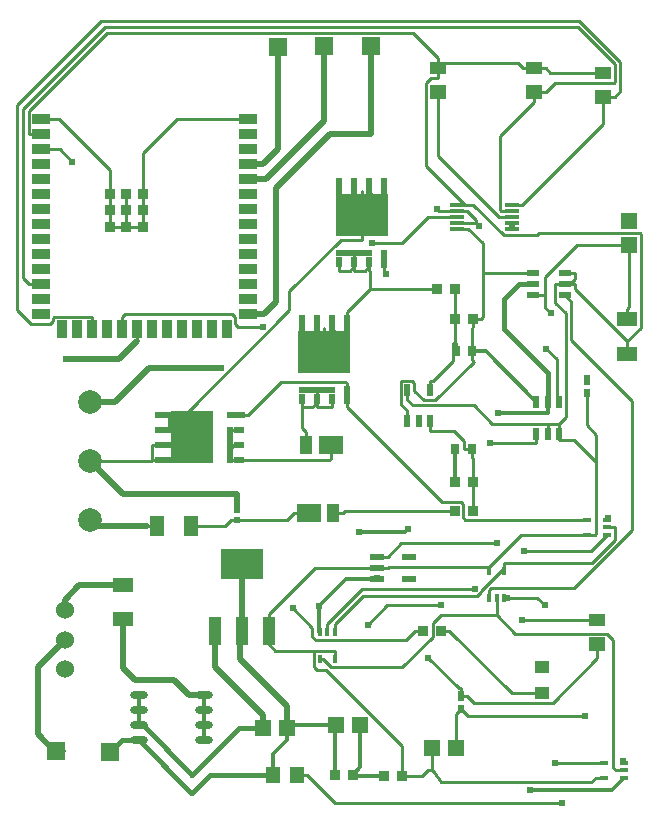
<source format=gtl>
G04 Layer: TopLayer*
G04 EasyEDA v6.5.50, 2025-05-28 03:44:33*
G04 481f8348a4b54ded82698d34e4f8dad8,511818ccc1ea462d976f425f61ebd680,10*
G04 Gerber Generator version 0.2*
G04 Scale: 100 percent, Rotated: No, Reflected: No *
G04 Dimensions in millimeters *
G04 leading zeros omitted , absolute positions ,4 integer and 5 decimal *
%FSLAX45Y45*%
%MOMM*%

%AMMACRO1*21,1,$1,$2,0,0,$3*%
%ADD10C,0.2540*%
%ADD11C,0.5000*%
%ADD12C,0.3000*%
%ADD13C,0.4000*%
%ADD14C,0.5500*%
%ADD15C,0.5080*%
%ADD16R,0.6000X1.1000*%
%ADD17R,0.8000X0.9000*%
%ADD18MACRO1,0.54X0.7901X0.0000*%
%ADD19R,0.5400X0.7901*%
%ADD20MACRO1,1.35X1.41X90.0000*%
%ADD21MACRO1,1.35X1.41X-90.0000*%
%ADD22MACRO1,1.35X1.41X0.0000*%
%ADD23R,1.3500X1.4100*%
%ADD24R,1.1000X0.6000*%
%ADD25R,0.4000X0.6000*%
%ADD26R,1.7280X1.1901*%
%ADD27R,1.1901X1.7280*%
%ADD28MACRO1,1.377X1.1325X-90.0000*%
%ADD29MACRO1,1.377X1.1325X0.0000*%
%ADD30R,1.3770X1.1325*%
%ADD31R,1.3000X0.3000*%
%ADD32R,1.0500X2.4650*%
%ADD33MACRO1,3.54X2.465X0.0000*%
%ADD34R,1.2500X1.0000*%
%ADD35R,0.4000X0.8000*%
%ADD36R,0.9350X0.5999*%
%ADD37R,1.4999X0.5999*%
%ADD38R,1.3500X0.5999*%
%ADD39R,3.5451X4.4099*%
%ADD40R,0.5649X3.1399*%
%ADD41R,0.5999X0.9350*%
%ADD42R,0.5999X1.4999*%
%ADD43R,0.5999X1.3500*%
%ADD44R,4.4099X3.5451*%
%ADD45R,3.1399X0.5649*%
%ADD46O,1.5200122X0.5999988*%
%ADD47R,2.0100X1.6500*%
%ADD48R,1.1400X1.6500*%
%ADD49MACRO1,0.54X0.5656X0.0000*%
%ADD50R,0.5400X0.5657*%
%ADD51MACRO1,0.864X0.8065X90.0000*%
%ADD52MACRO1,0.864X0.8065X-90.0000*%
%ADD53MACRO1,1.701X1.2075X0.0000*%
%ADD54R,1.7010X1.2075*%
%ADD55R,0.7980X0.4000*%
%ADD56R,1.5000X0.9000*%
%ADD57R,0.9000X1.5000*%
%ADD58R,0.9000X0.9000*%
%ADD59R,1.2000X0.5000*%
%ADD60R,1.5748X1.5748*%
%ADD61C,2.0000*%
%ADD62C,1.5240*%
%ADD63C,0.6096*%
%ADD64C,0.6200*%
%ADD65C,0.0187*%

%LPD*%
D10*
X4774336Y3314700D02*
G01*
X4940300Y3314700D01*
X4989575Y3363976D01*
X5030724Y3363976D01*
X5238699Y8101799D02*
G01*
X5080800Y8101799D01*
X5067300Y8115300D01*
X5981700Y4762500D02*
G01*
X5918885Y4825314D01*
X5640298Y4825314D01*
X5270500Y3882491D02*
G01*
X5330291Y3822700D01*
X6324600Y3822700D01*
X5270500Y3882491D02*
G01*
X5230799Y3842791D01*
X5230799Y3556000D01*
X5396738Y8001762D02*
G01*
X5396738Y8027162D01*
X5320538Y8101837D01*
X5238750Y8101837D01*
X5422900Y7975600D02*
G01*
X5396699Y8001800D01*
X5238699Y8001800D01*
X5708700Y8001800D02*
G01*
X5708700Y7951812D01*
X5105400Y4762500D02*
G01*
X4648200Y4762500D01*
X4483100Y4597400D01*
X6102095Y6485001D02*
G01*
X6083300Y6503796D01*
X6083300Y6845300D01*
X5994400Y6934200D01*
X6337300Y6562089D02*
G01*
X6337300Y6286500D01*
X6416802Y6206997D01*
X6416802Y5979413D01*
D11*
X3237484Y6768084D02*
G01*
X2628900Y6769100D01*
X2342388Y6482587D01*
X2130297Y6482587D01*
D10*
X4522952Y7828914D02*
G01*
X4774691Y7828914D01*
X4997602Y8051825D01*
X5238699Y8051825D01*
D12*
X6650812Y3300501D02*
G01*
X6550710Y3200400D01*
X5854700Y3200400D01*
D11*
X1930400Y6845300D02*
G01*
X2376754Y6845300D01*
X2527300Y6995845D01*
D10*
X5030724Y3556000D02*
G01*
X5030724Y3363976D01*
X5043424Y3351276D01*
X5105400Y3263900D01*
X6412991Y3300476D02*
G01*
X6376415Y3263900D01*
X5113527Y3263900D01*
X5105400Y3263900D01*
D11*
X3378200Y5567679D02*
G01*
X3378200Y5702300D01*
X2409697Y5702300D01*
X2130297Y5981700D01*
X2130297Y5480812D02*
G01*
X2130297Y5435600D01*
X2612897Y5435600D01*
D12*
X4072397Y4758197D02*
G01*
X4299204Y4985004D01*
X4563999Y4985004D01*
X4075201Y4534585D02*
G01*
X4072397Y4537389D01*
X4072397Y4758197D01*
X4826000Y5410200D02*
G01*
X4800600Y5384800D01*
X4406900Y5384800D01*
X5225910Y6083300D02*
G01*
X5220563Y6077953D01*
X5220563Y5803900D01*
X6007100Y6485001D02*
G01*
X6007100Y6388100D01*
X5588000Y6388100D01*
X5912104Y6485001D02*
G01*
X5483986Y6913118D01*
X5367230Y6913118D01*
D10*
X5381574Y6825818D02*
G01*
X5054295Y6498539D01*
X4959197Y6498539D01*
X4877968Y6579768D01*
X4877968Y6648246D01*
X4861534Y6664680D01*
X4769180Y6664680D01*
X4761788Y6657289D01*
X4761788Y6462674D01*
X4819904Y6404559D01*
D13*
X6007100Y6484873D02*
G01*
X6007100Y6731000D01*
X5638800Y7099300D01*
X5638800Y7353300D01*
X5765800Y7480300D01*
X5884925Y7480300D01*
D10*
X6650812Y3365500D02*
G01*
X6582943Y3365500D01*
X5575300Y4825314D02*
G01*
X5575300Y4757343D01*
X5575300Y4757343D02*
G01*
X5575300Y4676267D01*
X6582943Y3365500D02*
G01*
X6560438Y3388004D01*
X6560438Y4465904D01*
X6507734Y4518609D01*
X5732957Y4518609D01*
X5575300Y4676267D01*
X5575300Y4676267D02*
G01*
X5103825Y4676267D01*
X5036108Y4608550D01*
X5036108Y4497578D01*
X4775047Y4236516D01*
X4169257Y4236516D01*
X4101160Y4304614D01*
X4075201Y4304614D01*
X5580176Y5291099D02*
G01*
X4768062Y5291099D01*
X4651959Y5174995D01*
X4563999Y5174995D02*
G01*
X4651959Y5174995D01*
X6426200Y4633899D02*
G01*
X5788533Y4633899D01*
X5708700Y8051800D02*
G01*
X5596661Y8051800D01*
X5080000Y8568461D01*
X5080000Y9107500D01*
X2700299Y5435600D02*
G01*
X2612821Y5435600D01*
X5510301Y4825314D02*
G01*
X5510301Y4893259D01*
X5524169Y4907127D01*
X6231940Y4907127D01*
X6722973Y5398160D01*
X6722973Y6494424D01*
X6208166Y7009231D01*
X6208166Y7331938D01*
X6154800Y7385304D01*
X4563999Y5080000D02*
G01*
X4034840Y5080000D01*
X3646297Y4691456D01*
X3646297Y4540250D02*
G01*
X3646297Y4691456D01*
X6480987Y3300501D02*
G01*
X6413118Y3300501D01*
X4205198Y4304614D02*
G01*
X4205198Y4372584D01*
X5080000Y9349816D02*
G01*
X5753658Y9349816D01*
X5795975Y9307499D01*
X5892800Y9307499D02*
G01*
X5795975Y9307499D01*
X5892800Y9307499D02*
G01*
X5989624Y9307499D01*
X6007100Y6297955D02*
G01*
X6102095Y6297955D01*
X6102095Y6214998D02*
G01*
X6102095Y6297955D01*
X6102095Y6214998D02*
G01*
X6102095Y6162116D01*
X6196279Y7480300D02*
G01*
X6237757Y7480300D01*
X6196279Y7480300D02*
G01*
X6237757Y7521778D01*
X6237757Y7575295D01*
X6186170Y7575295D02*
G01*
X6237757Y7575295D01*
X6186170Y7575295D02*
G01*
X6154800Y7575295D01*
X6007100Y6214998D02*
G01*
X6007100Y6287846D01*
X6007100Y6287846D02*
G01*
X6007100Y6297955D01*
X4819904Y6498666D02*
G01*
X4863566Y6455003D01*
X5382488Y6455003D01*
X5538749Y6298742D01*
X6006312Y6298742D01*
X6007100Y6297955D01*
X4819904Y6581622D02*
G01*
X4819904Y6498666D01*
X5989624Y9307499D02*
G01*
X6027724Y9269399D01*
X6477000Y9269399D01*
X3646297Y4540250D02*
G01*
X3646297Y4430648D01*
X5510301Y5055285D02*
G01*
X5510301Y5089270D01*
X4563999Y5080000D02*
G01*
X4651959Y5080000D01*
X6175552Y7480300D02*
G01*
X6196279Y7480300D01*
X6175552Y7480300D02*
G01*
X6154800Y7480300D01*
X6154800Y7480300D02*
G01*
X6071844Y7480300D01*
X4026154Y4376546D02*
G01*
X4026154Y4240860D01*
X4051757Y4215256D01*
X4128592Y4215256D01*
X4774336Y3569512D01*
X4774336Y3314700D01*
X4205198Y4372584D02*
G01*
X4201236Y4376546D01*
X4026154Y4376546D01*
X4026154Y4376546D02*
G01*
X3700399Y4376546D01*
X3646297Y4430648D01*
X1612823Y8750808D02*
G01*
X1611884Y8751747D01*
X1611884Y8945930D01*
X2272817Y9606864D01*
X4865243Y9606864D01*
X5080000Y9392107D01*
X1715795Y8750808D02*
G01*
X1612823Y8750808D01*
X5080000Y9307499D02*
G01*
X5080000Y9349816D01*
X5080000Y9349816D02*
G01*
X5080000Y9392107D01*
X6071844Y7480300D02*
G01*
X6071717Y7480172D01*
X6071717Y7323861D01*
X6160185Y7235393D01*
X6160185Y6356045D01*
X6102095Y6297955D01*
X5238699Y8151774D02*
G01*
X5307939Y8151774D01*
X5080000Y9307499D02*
G01*
X5080000Y9222917D01*
X6341287Y5357901D02*
G01*
X6409156Y5357901D01*
X6102095Y6162116D02*
G01*
X6233845Y6162116D01*
X6416675Y5979287D01*
X6416675Y5979287D02*
G01*
X6416675Y5365419D01*
X6409156Y5357901D01*
X5510301Y5089270D02*
G01*
X4661230Y5089270D01*
X4651959Y5080000D01*
X5510301Y5089270D02*
G01*
X5778931Y5357901D01*
X6341287Y5357901D01*
X5307939Y8151774D02*
G01*
X4979111Y8480602D01*
X4979111Y9185452D01*
X5016576Y9222917D01*
X5080000Y9222917D01*
X6680200Y6998258D02*
G01*
X6793331Y7111390D01*
X6793331Y7903311D01*
X6785940Y7910703D01*
X5936259Y7910703D01*
X5919444Y7893888D01*
X5633923Y7893888D01*
X5376036Y8151774D01*
X5307939Y8151774D01*
X6680200Y6887921D02*
G01*
X6680200Y6998258D01*
X6680200Y6998258D02*
G01*
X6237757Y7440701D01*
X6237757Y7480300D01*
X5218836Y7442200D02*
G01*
X5218836Y7371029D01*
X5220563Y7188200D02*
G01*
X5220563Y7369302D01*
X5218836Y7371029D01*
X5220563Y7188200D02*
G01*
X5220563Y7117029D01*
X5009895Y6581622D02*
G01*
X5009895Y6664579D01*
X5220563Y7117029D02*
G01*
X5220563Y6986676D01*
X5227243Y6986092D02*
G01*
X5221147Y6986092D01*
X5220563Y6986676D01*
X5220563Y6986676D02*
G01*
X5209565Y6986676D01*
X5202174Y6979285D01*
X5202174Y6827875D01*
X5038877Y6664579D01*
X5009895Y6664579D01*
X5227243Y6913118D02*
G01*
X5227243Y6986092D01*
X5371236Y5803900D02*
G01*
X5371236Y5875070D01*
X5371236Y5562600D02*
G01*
X5371236Y5803900D01*
X5371236Y5875070D02*
G01*
X5371236Y6004991D01*
X5365902Y6010325D01*
X5365902Y6083300D02*
G01*
X5297957Y6083300D01*
X5009895Y6321602D02*
G01*
X5009895Y6238646D01*
X5365902Y6083300D02*
G01*
X5365902Y6010325D01*
X5009895Y6238646D02*
G01*
X5210556Y6238646D01*
X5297957Y6151245D01*
X5297957Y6083300D01*
X5371236Y7117029D02*
G01*
X5367223Y7113015D01*
X5367223Y6913118D01*
X5371236Y7188200D02*
G01*
X5371236Y7117029D01*
X5371236Y7188200D02*
G01*
X5439511Y7188200D01*
X5238699Y7951800D02*
G01*
X5331663Y7951800D01*
X5367223Y6913118D02*
G01*
X5367223Y6850278D01*
X4819904Y6321602D02*
G01*
X4819904Y6404559D01*
X5381574Y6825818D02*
G01*
X5367223Y6840143D01*
X5367223Y6850278D01*
X5457901Y7575295D02*
G01*
X5884799Y7575295D01*
X5331663Y7951800D02*
G01*
X5457901Y7825562D01*
X5457901Y7575295D01*
X5457901Y7575295D02*
G01*
X5457901Y7206589D01*
X5439511Y7188200D01*
X6680200Y7272020D02*
G01*
X6692900Y7284720D01*
X6692900Y7812100D01*
X6680200Y7183678D02*
G01*
X6680200Y7272020D01*
X5884799Y7385304D02*
G01*
X5967755Y7385304D01*
X3884599Y3327400D02*
G01*
X3969207Y3327400D01*
X3969207Y3327400D02*
G01*
X4206214Y3090392D01*
X6127546Y3090392D01*
X5967755Y7385304D02*
G01*
X5985992Y7385304D01*
X6692900Y7812100D02*
G01*
X6258813Y7812100D01*
X5985992Y7539278D01*
X5985992Y7385304D01*
X5985992Y7385304D02*
G01*
X5985992Y7282027D01*
X6034557Y7233462D01*
X4140200Y4602556D02*
G01*
X4434865Y4897221D01*
X5387924Y4897221D01*
X5912104Y6214998D02*
G01*
X5912104Y6132042D01*
X5912104Y6132042D02*
G01*
X5519724Y6132042D01*
X4140200Y4534585D02*
G01*
X4140200Y4602556D01*
X3323234Y5481218D02*
G01*
X3277615Y5435600D01*
X2989300Y5435600D01*
X3378200Y5481218D02*
G01*
X3323234Y5481218D01*
X3858234Y5541568D02*
G01*
X3797884Y5481218D01*
X3378200Y5481218D01*
X3986707Y5541568D02*
G01*
X3858234Y5541568D01*
X5615736Y8101812D02*
G01*
X5606338Y8111210D01*
X5606338Y8736431D01*
X5892800Y9022892D01*
X5662218Y8101812D02*
G01*
X5615736Y8101812D01*
X5662218Y8101812D02*
G01*
X5708700Y8101812D01*
X5892800Y9107500D02*
G01*
X5892800Y9022892D01*
X1612823Y7480808D02*
G01*
X1564030Y7529601D01*
X1564030Y8964193D01*
X2262276Y9662439D01*
X6259728Y9662439D01*
X6573951Y9348215D01*
X6573951Y9192082D01*
X6566560Y9184690D01*
X6066815Y9184690D01*
X5989624Y9107500D01*
X1715795Y7480808D02*
G01*
X1612823Y7480808D01*
X5892800Y9107500D02*
G01*
X5989624Y9107500D01*
X6477000Y9069400D02*
G01*
X6477000Y8984792D01*
X5778398Y8151825D02*
G01*
X5791555Y8151825D01*
X5791555Y8151825D02*
G01*
X6477000Y8837269D01*
X6477000Y8984792D01*
X5755182Y8151825D02*
G01*
X5778398Y8151825D01*
X5708700Y8151825D02*
G01*
X5755182Y8151825D01*
X2146300Y7201763D02*
G01*
X2146172Y7201890D01*
X1826590Y7201890D01*
X1819224Y7194524D01*
X1819224Y7168387D01*
X1793392Y7142556D01*
X1636344Y7142556D01*
X1515262Y7263637D01*
X1515262Y8998407D01*
X2224100Y9707245D01*
X6272809Y9707245D01*
X6620027Y9360027D01*
X6620027Y9115602D01*
X6573824Y9069400D01*
X2146300Y7098817D02*
G01*
X2146300Y7201763D01*
X6477000Y9069400D02*
G01*
X6573824Y9069400D01*
X5172811Y4546600D02*
G01*
X5701918Y4017492D01*
X5956300Y4017492D01*
X5104536Y4546600D02*
G01*
X5172811Y4546600D01*
X6578981Y5422900D02*
G01*
X6579108Y5422772D01*
X6579108Y5317210D01*
X6385153Y5123256D01*
X5640298Y5123256D01*
X6511112Y5422900D02*
G01*
X6578981Y5422900D01*
X5640298Y5055285D02*
G01*
X5640298Y5089270D01*
X5640298Y5089270D02*
G01*
X5640298Y5123256D01*
X4205198Y4534585D02*
G01*
X4205198Y4602556D01*
X4205198Y4602556D02*
G01*
X4441316Y4838674D01*
X5412206Y4838674D01*
X5446471Y4872939D01*
X5446471Y4887112D01*
X5640298Y5080939D01*
X5640298Y5089270D01*
X4173042Y6006592D02*
G01*
X4160850Y5994400D01*
X3393287Y5994400D01*
X4173042Y6117056D02*
G01*
X4173042Y6006592D01*
X3318586Y6248400D02*
G01*
X3318586Y6121400D01*
X3393287Y6248400D02*
G01*
X3318586Y6248400D01*
X3318306Y6121400D02*
G01*
X3318586Y6121400D01*
X3393287Y6121400D02*
G01*
X3355949Y6121400D01*
X3355949Y6121400D02*
G01*
X3318586Y6121400D01*
X3355949Y6121400D02*
G01*
X3318586Y6084036D01*
X3318586Y5994400D01*
X3393287Y5994400D02*
G01*
X3318586Y5994400D01*
X4305300Y6643979D02*
G01*
X4294200Y6655079D01*
X3747643Y6655079D01*
X3467963Y6375400D01*
X4305300Y6541007D02*
G01*
X4305300Y6643979D01*
X3364991Y6375400D02*
G01*
X3467963Y6375400D01*
X6341287Y5487898D02*
G01*
X5307228Y5487898D01*
X5288965Y5506161D01*
X5288965Y5617438D01*
X5272531Y5633872D01*
X5109489Y5633872D01*
X4305300Y6438061D01*
X4305300Y6541007D02*
G01*
X4305300Y6438061D01*
X3962349Y6117056D02*
G01*
X3962349Y6227521D01*
X4051300Y6587693D02*
G01*
X4051300Y6512712D01*
X4178300Y6438011D02*
G01*
X4051300Y6438011D01*
X4178300Y6512712D02*
G01*
X4178300Y6438011D01*
X4051300Y6512712D02*
G01*
X4051300Y6475374D01*
X4051300Y6475374D02*
G01*
X4051300Y6438011D01*
X4051300Y6475374D02*
G01*
X4013936Y6438011D01*
X3924300Y6438011D01*
X3924300Y6512712D02*
G01*
X3924300Y6438011D01*
X3962349Y6227521D02*
G01*
X3924300Y6265570D01*
X3924300Y6438011D01*
X4622800Y7696708D02*
G01*
X4622800Y7578852D01*
X4636312Y7565339D01*
X6480987Y3430498D02*
G01*
X6068466Y3430498D01*
X5220563Y5562600D02*
G01*
X4292549Y5562600D01*
X4276013Y5546064D01*
X4191050Y5546064D02*
G01*
X4276013Y5546064D01*
X4885593Y4546600D02*
G01*
X4805474Y4466485D01*
X4043598Y4466485D01*
X4014464Y4495619D01*
X4014464Y4570735D01*
X3848100Y4737100D01*
X4953863Y4546600D02*
G01*
X4885588Y4546600D01*
X2400300Y7201763D02*
G01*
X2425445Y7226909D01*
X3336086Y7226909D01*
X3362401Y7200595D01*
X3362401Y7145324D01*
X3385820Y7121905D01*
X3596640Y7121905D01*
X5803696Y5224170D02*
G01*
X6377381Y5224170D01*
X6511112Y5357901D01*
X2400300Y7098817D02*
G01*
X2400300Y7201763D01*
X2527300Y7098817D02*
G01*
X2527300Y6995845D01*
X4432300Y8268639D02*
G01*
X4432300Y8220125D01*
X4424908Y8212734D01*
X4368800Y8212734D01*
X4368800Y8308187D02*
G01*
X4368800Y8212734D01*
X4241800Y8212734D02*
G01*
X4368800Y8212734D01*
X4241800Y8308187D02*
G01*
X4241800Y8212734D01*
X4432300Y8166023D02*
G01*
X4432300Y8268639D01*
X4432300Y8166023D02*
G01*
X4479010Y8212734D01*
X4495800Y8212734D01*
X4495800Y8308187D02*
G01*
X4495800Y8260461D01*
X4495800Y8260461D02*
G01*
X4495800Y8212734D01*
X4495800Y8260461D02*
G01*
X4543526Y8212734D01*
X4622800Y8212734D01*
X4622800Y8308187D02*
G01*
X4622800Y8212734D01*
X4432300Y8063407D02*
G01*
X4432300Y8166023D01*
X2753512Y6121400D02*
G01*
X2848990Y6121400D01*
X2658059Y5994400D02*
G01*
X2658059Y6121400D01*
X2753512Y5994400D02*
G01*
X2658059Y5994400D01*
X2753512Y6121400D02*
G01*
X2658059Y6121400D01*
X2998292Y6184900D02*
G01*
X2895701Y6184900D01*
X2895701Y6184900D02*
G01*
X2848990Y6138189D01*
X2848990Y6121400D01*
X2848990Y6248400D02*
G01*
X2848990Y6231610D01*
X2895701Y6184900D01*
X2753512Y6248400D02*
G01*
X2801264Y6248400D01*
X2801264Y6248400D02*
G01*
X2848990Y6248400D01*
X2753512Y6375400D02*
G01*
X2801264Y6375400D01*
X2130399Y5981700D02*
G01*
X2645359Y5981700D01*
X2658059Y5994400D01*
X4432300Y8063407D02*
G01*
X4432300Y7858201D01*
X2801264Y6375400D02*
G01*
X2801264Y6248400D01*
X2801264Y6375400D02*
G01*
X2932963Y6375400D01*
X3819956Y7262393D01*
X3819956Y7420940D01*
X4257217Y7858201D01*
X4432300Y7858201D01*
X4368800Y7743393D02*
G01*
X4368800Y7668412D01*
X4495800Y7668412D02*
G01*
X4495800Y7631074D01*
X4495800Y7631074D02*
G01*
X4495800Y7593711D01*
X4495800Y7631074D02*
G01*
X4458436Y7593711D01*
X4368800Y7593711D01*
X4368800Y7668412D02*
G01*
X4368800Y7631074D01*
X4368800Y7631074D02*
G01*
X4368800Y7593711D01*
X4368800Y7631074D02*
G01*
X4331436Y7593711D01*
X4241800Y7593711D01*
X4241800Y7668412D02*
G01*
X4241800Y7593711D01*
X4305300Y7152487D02*
G01*
X4305300Y7247966D01*
X4499533Y7442200D02*
G01*
X4499533Y7589977D01*
X4495800Y7593711D01*
X5068163Y7442200D02*
G01*
X4499533Y7442200D01*
X4499533Y7442200D02*
G01*
X4305300Y7247966D01*
X4114800Y7112939D02*
G01*
X4114800Y7064425D01*
X4107408Y7057034D01*
X4051300Y7057034D01*
X4051300Y7152487D02*
G01*
X4051300Y7057034D01*
X3924300Y7057034D02*
G01*
X4051300Y7057034D01*
X3924300Y7152487D02*
G01*
X3924300Y7057034D01*
X4114800Y6907707D02*
G01*
X4114800Y7010323D01*
X4114800Y7010323D02*
G01*
X4114800Y7112939D01*
X4114800Y7010323D02*
G01*
X4161510Y7057034D01*
X4178300Y7057034D01*
X4178300Y7152487D02*
G01*
X4178300Y7104761D01*
X4178300Y7104761D02*
G01*
X4178300Y7057034D01*
X4178300Y7104761D02*
G01*
X4226026Y7057034D01*
X4305300Y7057034D01*
X4305300Y7152487D02*
G01*
X4305300Y7057034D01*
X6426200Y4433900D02*
G01*
X6426200Y4314139D01*
X6048603Y3936542D01*
X5380431Y3936542D01*
X5325465Y3991508D01*
X5297982Y3991508D02*
G01*
X5325465Y3991508D01*
X5297982Y3991508D02*
G01*
X5270500Y3991508D01*
X1715795Y8623808D02*
G01*
X1874545Y8623808D01*
X1983054Y8515299D01*
X4996078Y4315053D02*
G01*
X5252161Y4058970D01*
X5270500Y4058970D01*
X5270500Y3991508D02*
G01*
X5270500Y4058970D01*
D13*
X2545407Y3746500D02*
G01*
X2576890Y3746500D01*
X2997200Y3326190D01*
X2997200Y3176209D02*
G01*
X3148396Y3327400D01*
X3684600Y3327400D01*
X2545407Y3619500D02*
G01*
X2988703Y3176209D01*
X2997200Y3176209D01*
X2545407Y3619500D02*
G01*
X2400300Y3619500D01*
X2298700Y3517900D01*
D11*
X3416300Y4540250D02*
G01*
X3403600Y4527550D01*
X3403600Y4305300D01*
X3795699Y3913200D01*
X3795699Y3721100D01*
D14*
X3186297Y4540250D02*
G01*
X3187700Y4241800D01*
X3595700Y3833799D01*
X3595700Y3721100D01*
D11*
X3416300Y5111750D02*
G01*
X3416300Y4540250D01*
D12*
X4355231Y3327400D02*
G01*
X4367931Y3314700D01*
X4623668Y3314700D01*
X4355231Y3327400D02*
G01*
X4417999Y3390160D01*
X4417999Y3746500D01*
X4218000Y3746500D02*
G01*
X4204568Y3733060D01*
X4204568Y3327400D01*
X3795699Y3721100D02*
G01*
X3821099Y3746500D01*
X4218000Y3746500D01*
X3684600Y3327400D02*
G01*
X3683000Y3505200D01*
X3795699Y3617899D01*
X3795699Y3721100D01*
D13*
X2997200Y3326190D02*
G01*
X3392103Y3721100D01*
X3595700Y3721100D01*
D12*
X2545412Y3746494D02*
G01*
X2545412Y3873494D01*
X2545412Y3873494D02*
G01*
X2545412Y4000494D01*
X3093392Y3746494D02*
G01*
X3093392Y3619494D01*
X3093392Y3873494D02*
G01*
X3093392Y3746494D01*
X3093392Y4000494D02*
G01*
X3093392Y3873494D01*
D11*
X2413000Y4643399D02*
G01*
X2413000Y4229100D01*
X2514600Y4127500D01*
X2844800Y4127500D01*
X2971800Y4000500D01*
X3093392Y4000500D01*
D15*
X1917700Y4720399D02*
G01*
X1917700Y4810198D01*
X2039899Y4932400D01*
X2413000Y4932400D01*
X1917700Y4470387D02*
G01*
X1689100Y4241787D01*
X1689100Y3670300D01*
X1828800Y3530600D01*
X1905000Y3530600D01*
X4508500Y9499600D02*
G01*
X4508500Y8750300D01*
X4165600Y8750300D01*
X3708400Y8293100D01*
X3708400Y7327900D01*
X3606291Y7226808D01*
X3465835Y7226808D01*
X4114800Y9499600D02*
G01*
X4114800Y8864600D01*
X3619995Y8369795D01*
X3465809Y8369795D01*
X3721100Y9486900D02*
G01*
X3721100Y8623300D01*
X3594595Y8496795D01*
X3465809Y8496795D01*
D10*
X2580792Y8245792D02*
G01*
X2580792Y8587892D01*
X2870695Y8877795D01*
X3465809Y8877795D01*
X2580792Y8105787D02*
G01*
X2580792Y8245792D01*
X2580792Y7965782D02*
G01*
X2580792Y8105787D01*
X2440787Y7965782D02*
G01*
X2580792Y7965782D01*
X2440787Y8105787D02*
G01*
X2440787Y8245792D01*
X2440787Y7965782D02*
G01*
X2440787Y8105787D01*
X2300782Y7965782D02*
G01*
X2440787Y7965782D01*
X2300782Y8105787D02*
G01*
X2300782Y7965782D01*
X2300782Y8245792D02*
G01*
X2300782Y8105787D01*
X1715795Y8877795D02*
G01*
X1866404Y8877795D01*
X2300782Y8443417D01*
X2300782Y8245792D01*
D16*
G01*
X4819904Y6581609D03*
G01*
X5009895Y6581609D03*
G01*
X5009895Y6321590D03*
G01*
X4914900Y6321590D03*
G01*
X4819904Y6321590D03*
D17*
G01*
X5227251Y6913118D03*
G01*
X5367230Y6913118D03*
G01*
X5365889Y6083300D03*
G01*
X5225910Y6083300D03*
D18*
G01*
X6337300Y6671205D03*
D19*
G01*
X6337300Y6562191D03*
D18*
G01*
X5270500Y3991505D03*
D19*
G01*
X5270500Y3882491D03*
D20*
G01*
X3795702Y3721100D03*
G01*
X3595697Y3721100D03*
G01*
X5230802Y3556000D03*
G01*
X5030797Y3556000D03*
D21*
G01*
X4217997Y3746500D03*
G01*
X4418002Y3746500D03*
D22*
G01*
X6692900Y8012102D03*
D23*
G01*
X6692900Y7812100D03*
D24*
G01*
X5884799Y7385304D03*
G01*
X5884799Y7480300D03*
G01*
X5884799Y7575295D03*
G01*
X6154800Y7575295D03*
G01*
X6154800Y7480300D03*
G01*
X6154800Y7385304D03*
D16*
G01*
X5912104Y6485001D03*
G01*
X6007100Y6485001D03*
G01*
X6102095Y6485001D03*
G01*
X6102095Y6214998D03*
G01*
X6007100Y6214998D03*
G01*
X5912104Y6214998D03*
D25*
G01*
X2997200Y3176206D03*
G01*
X2997200Y3326193D03*
D26*
G01*
X2413000Y4932400D03*
G01*
X2413000Y4643399D03*
D27*
G01*
X2700299Y5435600D03*
G01*
X2989300Y5435600D03*
D28*
G01*
X3684595Y3327400D03*
G01*
X3884604Y3327400D03*
D29*
G01*
X5892800Y9107495D03*
D30*
G01*
X5892800Y9307499D03*
D29*
G01*
X6477000Y9069395D03*
D30*
G01*
X6477000Y9269399D03*
D29*
G01*
X5080000Y9107495D03*
D30*
G01*
X5080000Y9307499D03*
D29*
G01*
X6426200Y4433895D03*
D30*
G01*
X6426200Y4633899D03*
D31*
G01*
X5708700Y7951812D03*
G01*
X5708700Y8001800D03*
G01*
X5708700Y8051787D03*
G01*
X5708700Y8101799D03*
G01*
X5708700Y8151812D03*
G01*
X5238699Y8151787D03*
G01*
X5238699Y8101799D03*
G01*
X5238699Y8051812D03*
G01*
X5238699Y8001800D03*
G01*
X5238699Y7951787D03*
D32*
G01*
X3186302Y4540250D03*
G01*
X3416300Y4540250D03*
G01*
X3646297Y4540250D03*
D33*
G01*
X3416300Y5111750D03*
D34*
G01*
X5956310Y4017497D03*
G01*
X5956310Y4237512D03*
D35*
G01*
X5510301Y4825314D03*
G01*
X5575300Y4825314D03*
G01*
X5640298Y4825314D03*
G01*
X5640298Y5055285D03*
G01*
X5510301Y5055285D03*
G01*
X4205198Y4534585D03*
G01*
X4140200Y4534585D03*
G01*
X4075201Y4534585D03*
G01*
X4075201Y4304614D03*
G01*
X4205198Y4304614D03*
D36*
G01*
X3393287Y5994400D03*
G01*
X3393287Y6121400D03*
G01*
X3393287Y6248400D03*
D37*
G01*
X3364991Y6375400D03*
D38*
G01*
X2753512Y6375400D03*
G01*
X2753512Y6248400D03*
G01*
X2753512Y6121400D03*
G01*
X2753512Y5994400D03*
D39*
G01*
X2998292Y6184900D03*
D40*
G01*
X3318306Y6121400D03*
D41*
G01*
X3924300Y6512712D03*
G01*
X4051300Y6512712D03*
G01*
X4178300Y6512712D03*
D42*
G01*
X4305300Y6541007D03*
D43*
G01*
X4305300Y7152487D03*
G01*
X4178300Y7152487D03*
G01*
X4051300Y7152487D03*
G01*
X3924300Y7152487D03*
D44*
G01*
X4114800Y6907707D03*
D45*
G01*
X4051300Y6587693D03*
D41*
G01*
X4241800Y7668412D03*
G01*
X4368800Y7668412D03*
G01*
X4495800Y7668412D03*
D42*
G01*
X4622800Y7696708D03*
D43*
G01*
X4622800Y8308187D03*
G01*
X4495800Y8308187D03*
G01*
X4368800Y8308187D03*
G01*
X4241800Y8308187D03*
D44*
G01*
X4432300Y8063407D03*
D45*
G01*
X4368800Y7743393D03*
D46*
G01*
X2545415Y4000492D03*
G01*
X2545415Y3873492D03*
G01*
X2545415Y3746492D03*
G01*
X2545415Y3619492D03*
G01*
X3093394Y4000492D03*
G01*
X3093394Y3873492D03*
G01*
X3093394Y3746492D03*
G01*
X3093394Y3619492D03*
D47*
G01*
X4173042Y6117043D03*
G01*
X3986707Y5541556D03*
D48*
G01*
X3962349Y6117043D03*
G01*
X4191050Y5546051D03*
D49*
G01*
X3378200Y5567782D03*
D50*
G01*
X3378200Y5481218D03*
D51*
G01*
X5371224Y5562600D03*
G01*
X5220575Y5562600D03*
G01*
X5218824Y7442200D03*
G01*
X5068175Y7442200D03*
D52*
G01*
X5220575Y5803900D03*
G01*
X5371224Y5803900D03*
D51*
G01*
X5371224Y7188200D03*
G01*
X5220575Y7188200D03*
D52*
G01*
X4204575Y3327400D03*
G01*
X4355224Y3327400D03*
G01*
X4953875Y4546600D03*
G01*
X5104524Y4546600D03*
G01*
X4623675Y3314700D03*
G01*
X4774324Y3314700D03*
D53*
G01*
X6680200Y7183676D03*
D54*
G01*
X6680200Y6887921D03*
D55*
G01*
X6341287Y5357901D03*
G01*
X6341287Y5487898D03*
G01*
X6511112Y5487898D03*
G01*
X6511112Y5422900D03*
G01*
X6511112Y5357901D03*
G01*
X6480987Y3300501D03*
G01*
X6480987Y3430498D03*
G01*
X6650812Y3430498D03*
G01*
X6650812Y3365500D03*
G01*
X6650812Y3300501D03*
D56*
G01*
X1715795Y8877795D03*
G01*
X1715795Y8750795D03*
G01*
X1715795Y8623795D03*
G01*
X1715795Y8496795D03*
G01*
X1715795Y8369795D03*
G01*
X1715795Y8242795D03*
G01*
X1715795Y8115795D03*
G01*
X1715795Y7988795D03*
G01*
X1715795Y7861795D03*
G01*
X1715795Y7734795D03*
G01*
X1715795Y7607795D03*
G01*
X1715795Y7480795D03*
G01*
X1715795Y7353795D03*
G01*
X1715795Y7226795D03*
D57*
G01*
X1892300Y7098804D03*
G01*
X2019300Y7098804D03*
G01*
X2146300Y7098804D03*
G01*
X2273300Y7098804D03*
G01*
X2400300Y7098804D03*
G01*
X2527300Y7098804D03*
G01*
X2654300Y7098804D03*
G01*
X2781300Y7098804D03*
G01*
X2908300Y7098804D03*
G01*
X3035300Y7098804D03*
G01*
X3162300Y7098804D03*
G01*
X3289300Y7101801D03*
D56*
G01*
X3465804Y7226795D03*
G01*
X3465804Y7353795D03*
G01*
X3465804Y7480795D03*
G01*
X3465804Y7607795D03*
G01*
X3465804Y7734795D03*
G01*
X3465804Y7861795D03*
G01*
X3465804Y7988795D03*
G01*
X3465804Y8115795D03*
G01*
X3465804Y8242795D03*
G01*
X3465804Y8369795D03*
G01*
X3465804Y8496795D03*
G01*
X3465804Y8623795D03*
G01*
X3465804Y8750795D03*
G01*
X3465804Y8877795D03*
D58*
G01*
X2580792Y7965782D03*
G01*
X2440787Y7965782D03*
G01*
X2300782Y7965782D03*
G01*
X2300782Y8245792D03*
G01*
X2440787Y8245792D03*
G01*
X2580792Y8245792D03*
G01*
X2580792Y8105787D03*
G01*
X2300782Y8105787D03*
G01*
X2440787Y8105787D03*
D59*
G01*
X4834000Y4985004D03*
G01*
X4834000Y5174995D03*
G01*
X4563999Y4985004D03*
G01*
X4563999Y5080000D03*
G01*
X4563999Y5174995D03*
D60*
G01*
X4508500Y9499600D03*
G01*
X4114800Y9499600D03*
G01*
X3721100Y9486900D03*
G01*
X1844700Y3530600D03*
G01*
X2298700Y3517900D03*
D61*
G01*
X2130397Y5981692D03*
G01*
X2130397Y5480804D03*
G01*
X2130397Y6482580D03*
D62*
G01*
X1917700Y4220400D03*
G01*
X1917700Y4470387D03*
G01*
X1917700Y4720399D03*
D63*
G01*
X4996078Y4315053D03*
G01*
X1983054Y8515299D03*
G01*
X5803696Y5224170D03*
G01*
X3596640Y7121905D03*
G01*
X3848100Y4737100D03*
G01*
X4636312Y7565339D03*
G01*
X6068466Y3430498D03*
G01*
X4522952Y7828914D03*
G01*
X3237356Y6768160D03*
G01*
X5519724Y6132042D03*
G01*
X5387924Y4897221D03*
G01*
X6127546Y3090392D03*
G01*
X6034557Y7233462D03*
G01*
X5580176Y5291099D03*
G01*
X5788533Y4633899D03*
D64*
G01*
X5588000Y6388100D03*
G01*
X5219700Y6083300D03*
G01*
X4914900Y6311900D03*
G01*
X5220563Y5803900D03*
G01*
X4826000Y5410200D03*
G01*
X4406900Y5384800D03*
G01*
X4559300Y4991100D03*
G01*
X3416300Y4540250D03*
G01*
X4072397Y4758197D03*
G01*
X1930400Y6845300D03*
G01*
X5854700Y3200400D03*
G01*
X2273300Y7086600D03*
G01*
X6007100Y6484873D03*
G01*
X6337300Y6667500D03*
G01*
X5994400Y6934200D03*
G01*
X5105400Y4762500D03*
G01*
X4483100Y4597400D03*
G01*
X4419600Y3746500D03*
G01*
X5708700Y7978124D03*
G01*
X5422900Y7975600D03*
G01*
X6324600Y3822700D03*
G01*
X5956300Y4228152D03*
G01*
X6642100Y3441700D03*
G01*
X5981700Y4762500D03*
G01*
X6515100Y5499100D03*
G01*
X5884925Y7480300D03*
G01*
X6674838Y8013700D03*
G01*
X5664784Y4825314D03*
G01*
X3465809Y8877795D03*
G01*
X5067300Y8115300D03*
M02*

</source>
